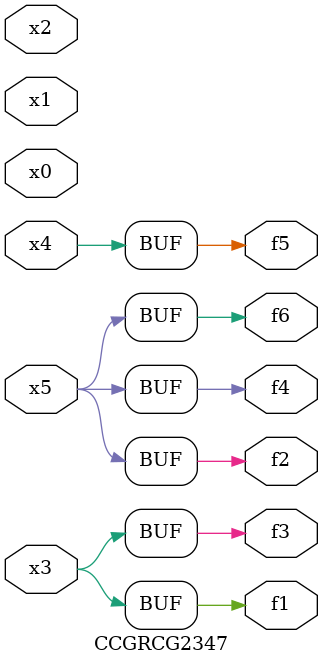
<source format=v>
module CCGRCG2347(
	input x0, x1, x2, x3, x4, x5,
	output f1, f2, f3, f4, f5, f6
);
	assign f1 = x3;
	assign f2 = x5;
	assign f3 = x3;
	assign f4 = x5;
	assign f5 = x4;
	assign f6 = x5;
endmodule

</source>
